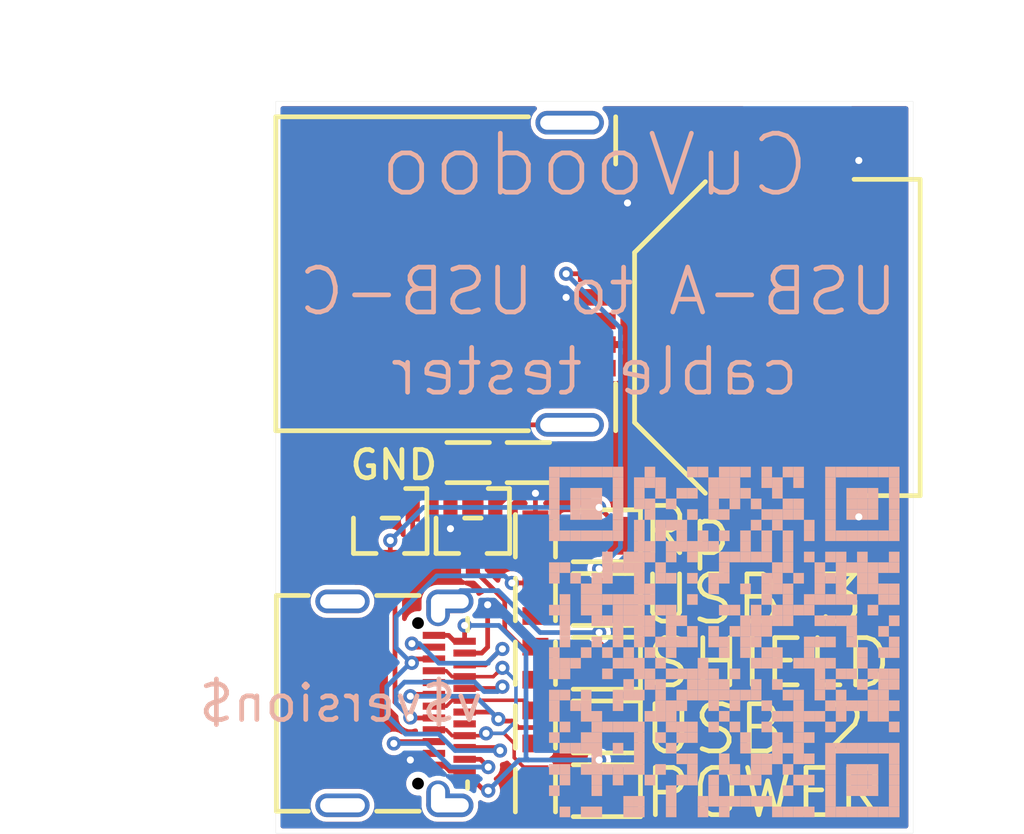
<source format=kicad_pcb>
(kicad_pcb (version 20211014) (generator pcbnew)

  (general
    (thickness 1.6)
  )

  (paper "A4")
  (title_block
    (title "USB-A to USB-C cable tester")
    (date "$date$")
    (rev "$version$.$revision$")
    (company "CuVoodoo")
    (comment 1 "King Kévin")
    (comment 2 "CERN-OHL-S")
  )

  (layers
    (0 "F.Cu" signal)
    (31 "B.Cu" signal)
    (33 "F.Adhes" user "F.Adhesive")
    (34 "B.Paste" user)
    (35 "F.Paste" user)
    (36 "B.SilkS" user "B.Silkscreen")
    (37 "F.SilkS" user "F.Silkscreen")
    (38 "B.Mask" user)
    (39 "F.Mask" user)
    (40 "Dwgs.User" user "User.Drawings")
    (44 "Edge.Cuts" user)
    (45 "Margin" user)
    (46 "B.CrtYd" user "B.Courtyard")
    (47 "F.CrtYd" user "F.Courtyard")
    (48 "B.Fab" user)
    (49 "F.Fab" user)
  )

  (setup
    (stackup
      (layer "F.SilkS" (type "Top Silk Screen"))
      (layer "F.Paste" (type "Top Solder Paste"))
      (layer "F.Mask" (type "Top Solder Mask") (thickness 0.01))
      (layer "F.Cu" (type "copper") (thickness 0.035))
      (layer "dielectric 1" (type "core") (thickness 1.51) (material "FR4") (epsilon_r 4.5) (loss_tangent 0.02))
      (layer "B.Cu" (type "copper") (thickness 0.035))
      (layer "B.Mask" (type "Bottom Solder Mask") (thickness 0.01))
      (layer "B.Paste" (type "Bottom Solder Paste"))
      (layer "B.SilkS" (type "Bottom Silk Screen"))
      (copper_finish "None")
      (dielectric_constraints no)
    )
    (pad_to_mask_clearance 0)
    (pcbplotparams
      (layerselection 0x00010fc_ffffffff)
      (disableapertmacros false)
      (usegerberextensions false)
      (usegerberattributes true)
      (usegerberadvancedattributes true)
      (creategerberjobfile true)
      (svguseinch false)
      (svgprecision 6)
      (excludeedgelayer true)
      (plotframeref false)
      (viasonmask false)
      (mode 1)
      (useauxorigin false)
      (hpglpennumber 1)
      (hpglpenspeed 20)
      (hpglpendiameter 15.000000)
      (dxfpolygonmode true)
      (dxfimperialunits true)
      (dxfusepcbnewfont true)
      (psnegative false)
      (psa4output false)
      (plotreference true)
      (plotvalue true)
      (plotinvisibletext false)
      (sketchpadsonfab false)
      (subtractmaskfromsilk false)
      (outputformat 1)
      (mirror false)
      (drillshape 1)
      (scaleselection 1)
      (outputdirectory "")
    )
  )

  (net 0 "")
  (net 1 "VCC")
  (net 2 "GND")
  (net 3 "/PWR-")
  (net 4 "Net-(D1-Pad2)")
  (net 5 "/USB2-")
  (net 6 "Net-(D2-Pad2)")
  (net 7 "/USB3-")
  (net 8 "Net-(D3-Pad2)")
  (net 9 "Net-(D4-Pad1)")
  (net 10 "Net-(D4-Pad2)")
  (net 11 "Net-(D5-Pad2)")
  (net 12 "Net-(J1-Pad8)")
  (net 13 "Net-(J1-Pad5)")
  (net 14 "/SH-A")
  (net 15 "Net-(J2-PadA3)")
  (net 16 "/PWR+")
  (net 17 "/Rp")
  (net 18 "/USB2+")
  (net 19 "unconnected-(J2-PadA8)")
  (net 20 "/USB3+")
  (net 21 "Net-(J2-PadA11)")
  (net 22 "unconnected-(J2-PadB8)")
  (net 23 "/SH-C")
  (net 24 "Net-(Q7-Pad3)")
  (net 25 "unconnected-(J1-Pad10)")
  (net 26 "unconnected-(J2-PadS2)")
  (net 27 "unconnected-(J2-PadS4)")
  (net 28 "unconnected-(J2-PadS3)")

  (footprint "qeda:UC1608X55N" (layer "F.Cu") (at 61.3 66.4))

  (footprint "qeda:LEDC2012X80N" (layer "F.Cu") (at 64 61 -90))

  (footprint "kikit:Tab" (layer "F.Cu") (at 77.55 49.9 180))

  (footprint "qeda:CONNECTOR_XKB_U262-24XN-4BV64" (layer "F.Cu") (at 54.375 65.4 -90))

  (footprint "qeda:UC1608X55N" (layer "F.Cu") (at 58.45 55.2 -90))

  (footprint "kikit:Tab" (layer "F.Cu") (at 50 47.2))

  (footprint "qeda:LEDC2012X80N" (layer "F.Cu") (at 64 63.7 -90))

  (footprint "qeda:CONNECTOR_MY-1220-03" (layer "F.Cu") (at 71.5 49.9 -90))

  (footprint "qeda:UC1608X55N" (layer "F.Cu") (at 61.3 69.1))

  (footprint "qeda:CONNECTOR_U231-09XN-4BLRA00" (layer "F.Cu") (at 57.5 47.2 -90))

  (footprint "qeda:LEDC2012X80N" (layer "F.Cu") (at 64 69.1 -90))

  (footprint "qeda:UC1608X55N" (layer "F.Cu") (at 61.3 63.7))

  (footprint "custom:pad_A" (layer "F.Cu") (at 52 57.2))

  (footprint "qeda:UC1608X55N" (layer "F.Cu") (at 61 55.2 90))

  (footprint "qeda:SOT95P237X112-3N" (layer "F.Cu") (at 58.65 58.3 -90))

  (footprint "qeda:SOT95P237X112-3N" (layer "F.Cu") (at 55.15 58.3 -90))

  (footprint "qeda:LEDC2012X80N" (layer "F.Cu") (at 64 58.3 -90))

  (footprint "qeda:LEDC2012X80N" (layer "F.Cu") (at 64 66.4 -90))

  (footprint "qeda:UC1608X55N" (layer "F.Cu") (at 61.3 58.3))

  (footprint "qeda:UC1608X55N" (layer "F.Cu") (at 61.3 61))

  (footprint "custom:QR" (layer "B.Cu") (at 69.3 62.8 180))

  (gr_rect (start 50.3 39.9) (end 77.3 70.9) (layer "Edge.Cuts") (width 0.01) (fill none) (tstamp e110771b-8aba-42bd-84d6-617f9ea39dc4))
  (gr_text "cable tester" (at 63.8 51.35) (layer "B.SilkS") (tstamp 179cd2f8-9733-4954-85ff-39ca965aeee1)
    (effects (font (size 1.9 1.9) (thickness 0.2)) (justify mirror))
  )
  (gr_text "USB-A to USB-C" (at 63.95 47.95) (layer "B.SilkS") (tstamp 4d7a8855-27cb-41ec-a779-1e63df03c905)
    (effects (font (size 1.9 1.9) (thickness 0.2)) (justify mirror))
  )
  (gr_text "v$version$" (at 59.2 65.4) (layer "B.SilkS") (tstamp 792c4c1d-f5d1-4910-9abd-84049f176ad3)
    (effects (font (size 1.5 1.5) (thickness 0.2)) (justify left mirror))
  )
  (gr_text "CuVoodoo" (at 63.8 42.6) (layer "B.SilkS") (tstamp 8a3d6bd8-1b6d-4752-a0a8-fdb777df11ae)
    (effects (font (size 2.5 2.5) (thickness 0.2)) (justify mirror))
  )
  (gr_text "POWER" (at 71 69.2) (layer "F.SilkS") (tstamp 28d0cc7d-8de8-4b53-95ef-6dfe09ee3a59)
    (effects (font (size 2 2) (thickness 0.2)))
  )
  (gr_text "GND" (at 55.3 55.3) (layer "F.SilkS") (tstamp 34852892-c925-4f4c-a185-7e95d257c202)
    (effects (font (size 1.2 1.2) (thickness 0.2)))
  )
  (gr_text "USB 2" (at 70.6 66.5) (layer "F.SilkS") (tstamp 3859f4e5-f8f6-455c-8d1a-163e06472d32)
    (effects (font (size 2 2) (thickness 0.2)))
  )
  (gr_text "USB 3" (at 70.5 61) (layer "F.SilkS") (tstamp 4c0f3b00-6ee3-44a9-9f3c-e2b80cccfc95)
    (effects (font (size 2 2) (thickness 0.2)))
  )
  (gr_text "Rp" (at 67.7 58.1) (layer "F.SilkS") (tstamp 99fc3018-400c-48b2-8606-a82ade13f88d)
    (effects (font (size 2 2) (thickness 0.2)))
  )
  (gr_text "SHIELD" (at 71.2 63.7) (layer "F.SilkS") (tstamp aa6aed97-74af-4bcd-9533-eb1f6168cfd8)
    (effects (font (size 2 2) (thickness 0.2)))
  )
  (dimension (type aligned) (layer "F.Fab") (tstamp 0987586c-4343-480a-ae15-bc1b4632f1d3)
    (pts (xy 50.3 39.9) (xy 50.3 70.9))
    (height 5.6)
    (gr_text "31.0000 mm" (at 43.55 55.4 90) (layer "F.Fab") (tstamp 0987586c-4343-480a-ae15-bc1b4632f1d3)
      (effects (font (size 1 1) (thickness 0.15)))
    )
    (format (units 3) (units_format 1) (precision 4))
    (style (thickness 0.1) (arrow_length 1.27) (text_position_mode 0) (extension_height 0.58642) (extension_offset 0.5) keep_text_aligned)
  )
  (dimension (type aligned) (layer "F.Fab") (tstamp d235e816-7f10-40ef-931c-0cccd106ef8e)
    (pts (xy 50.3 39.9) (xy 77.3 39.9))
    (height -2.3)
    (gr_text "27.0000 mm" (at 63.8 36.45) (layer "F.Fab") (tstamp d235e816-7f10-40ef-931c-0cccd106ef8e)
      (effects (font (size 1 1) (thickness 0.15)))
    )
    (format (units 3) (units_format 1) (precision 4))
    (style (thickness 0.1) (arrow_length 1.27) (text_position_mode 0) (extension_height 0.58642) (extension_offset 0.5) keep_text_aligned)
  )

  (segment (start 57 67.52) (end 56.28 67.52) (width 0.2) (layer "F.Cu") (net 1) (tstamp 1b8b5758-c580-4557-87a1-b6222a8116e9))
  (segment (start 57.7 58) (end 57.7 57.15) (width 0.2) (layer "F.Cu") (net 1) (tstamp 3618117b-dab2-40a7-ba43-5eb5fb4ac084))
  (segment (start 63.9 48.2) (end 62.6 48.2) (width 0.2) (layer "F.Cu") (net 1) (tstamp 3b85de12-8f5e-4ee5-baa0-b3e061d387b0))
  (segment (start 74.95 57.45) (end 75 57.5) (width 0.2) (layer "F.Cu") (net 1) (tstamp 40f41ae5-c0fa-46c5-bb56-d03490ca3c74))
  (segment (start 56.28 67.52) (end 56 67.8) (width 0.2) (layer "F.Cu") (net 1) (tstamp 6355cadd-40a2-4caa-bf46-5786df19e887))
  (segment (start 59.024022 63.27) (end 58.3 63.27) (width 0.2) (layer "F.Cu") (net 1) (tstamp 69ec6134-374d-4104-8d1d-f52100048361))
  (segment (start 63.9 44.2) (end 65.2 44.2) (width 0.2) (layer "F.Cu") (net 1) (tstamp 8b0223ce-8578-461b-8300-b85dbef8cc65))
  (segment (start 61.7 55.2) (end 61.7 56.1005) (width 0.2) (layer "F.Cu") (net 1) (tstamp 90d5053f-4a4f-482f-82d0-dbc9242f9414))
  (segment (start 74.95 42.35) (end 75 42.4) (width 0.2) (layer "F.Cu") (net 1) (tstamp 916ac31c-e257-4bf6-ab3c-881b663cb45e))
  (segment (start 61.3 57.6) (end 61.3 56.5005) (width 0.2) (layer "F.Cu") (net 1) (tstamp 9e0b6373-37a1-49ce-9330-a38e67a3ca82))
  (segment (start 59.276089 61.223911) (end 59.276089 63.017933) (width 0.2) (layer "F.Cu") (net 1) (tstamp 9e2debc8-f8b5-45d8-b683-92d0cd68a8b9))
  (segment (start 61.7 56.1005) (end 61.3 56.5005) (width 0.2) (layer "F.Cu") (net 1) (tstamp a41385bb-0811-4d82-ba34-f938f0a7549e))
  (segment (start 59.276089 63.017933) (end 59.024022 63.27) (width 0.2) (layer "F.Cu") (net 1) (tstamp b19d611f-10c6-4b82-a5fb-8b2a03084b94))
  (segment (start 72.4 57.45) (end 74.95 57.45) (width 0.2) (layer "F.Cu") (net 1) (tstamp b851d31a-dd8e-4bc1-832f-5ff796344720))
  (segment (start 72.4 42.35) (end 74.95 42.35) (width 0.2) (layer "F.Cu") (net 1) (tstamp f5dcbef9-d186-485b-bd4f-c91f0d0e3850))
  (via (at 65.2 44.2) (size 0.6) (drill 0.3) (layers "F.Cu" "B.Cu") (net 1) (tstamp 4fa1f0af-4b89-4023-9992-28f7a0a9c009))
  (via (at 59.276089 61.223911) (size 0.6) (drill 0.3) (layers "F.Cu" "B.Cu") (net 1) (tstamp 522fea9f-551e-4434-8631-a4891a80df0c))
  (via (at 75 57.5) (size 0.6) (drill 0.3) (layers "F.Cu" "B.Cu") (free) (net 1) (tstamp 5a6c3353-bd2a-461c-bfd6-749bbcb38c9f))
  (via (at 56 67.8) (size 0.6) (drill 0.3) (layers "F.Cu" "B.Cu") (net 1) (tstamp 64aed69c-80f4-4314-a1a8-c168a4b46aac))
  (via (at 57.7 58) (size 0.6) (drill 0.3) (layers "F.Cu" "B.Cu") (net 1) (tstamp cde70262-8de2-40e1-8ac2-f0f87b0935b8))
  (via (at 62.6 48.2) (size 0.6) (drill 0.3) (layers "F.Cu" "B.Cu") (net 1) (tstamp cf64a83f-fc0f-41f5-a09f-a473f2fcaeb8))
  (via (at 61.3 56.5005) (size 0.6) (drill 0.3) (layers "F.Cu" "B.Cu") (net 1) (tstamp d2cb9189-cf73-4ae4-849f-331b6c5d53fe))
  (via (at 75 42.4) (size 0.6) (drill 0.3) (layers "F.Cu" "B.Cu") (free) (net 1) (tstamp dece80db-b223-47d7-a844-ee468c4ea71a))
  (segment (start 57.87 62.77) (end 58.3 62.77) (width 0.2) (layer "F.Cu") (net 3) (tstamp 28290c71-68de-4c28-8728-ad8c7232ab45))
  (segment (start 64.9 68.7) (end 64 67.8) (width 0.2) (layer "F.Cu") (net 3) (tstamp 30d00695-2761-4e24-8335-8327aaa75002))
  (segment (start 57.62 62.52) (end 57.87 62.77) (width 0.2) (layer "F.Cu") (net 3) (tstamp 33226df9-6400-49bc-887f-48f8f75bdba5))
  (segment (start 58.3 62.77) (end 58.3 62.1) (width 0.2) (layer "F.Cu") (net 3) (tstamp 3f0c5b8a-8754-48a3-907b-6d807b9c72b0))
  (segment (start 57 62.52) (end 57.62 62.52) (width 0.2) (layer "F.Cu") (net 3) (tstamp 64c92ce1-6f9d-46f2-b7a7-1128a377480f))
  (segment (start 64.9 69.1) (end 64.9 68.7) (width 0.2) (layer "F.Cu") (net 3) (tstamp 6c9b78b1-2421-4c64-a4af-ad160cdaab73))
  (segment (start 57.42 68.02) (end 57.67 68.27) (width 0.2) (layer "F.Cu") (net 3) (tstamp 72fcd135-1384-4732-8938-e7add491d0ec))
  (segment (start 59.13 69.1) (end 58.3 68.27) (width 0.2) (layer "F.Cu") (net 3) (tstamp 9e4290f1-51d5-4f7d-81b6-76bba4400bdb))
  (segment (start 59.3 69.1) (end 59.13 69.1) (width 0.2) (layer "F.Cu") (net 3) (tstamp a8abf6e0-f867-45c8-b60c-2e28824cb312))
  (segment (start 57.67 68.27) (end 58.3 68.27) (width 0.2) (layer "F.Cu") (net 3) (tstamp edd723ed-ada5-4c33-b836-6a765deb5ab8))
  (segment (start 57 68.02) (end 57.42 68.02) (width 0.2) (layer "F.Cu") (net 3) (tstamp f595d2d8-fada-4670-85d5-7eadd6975f3a))
  (via (at 58.3 62.1) (size 0.6) (drill 0.3) (layers "F.Cu" "B.Cu") (net 3) (tstamp 61228115-c3c1-4c09-9057-e8b0ee5d5179))
  (via (at 59.3 69.1) (size 0.6) (drill 0.3) (layers "F.Cu" "B.Cu") (net 3) (tstamp 8b661746-cf2c-4a6f-956a-30db112cbceb))
  (via (at 64 67.8) (size 0.6) (drill 0.3) (layers "F.Cu" "B.Cu") (net 3) (tstamp e57c7d3f-2011-4453-ba51-7180f65ec00b))
  (segment (start 64 67.8) (end 61 67.8) (width 0.2) (layer "B.Cu") (net 3) (tstamp 03560363-6a61-4260-ad7c-0a7b18fd9387))
  (segment (start 60.9 63.247986) (end 60.9 67.7) (width 0.2) (layer "B.Cu") (net 3) (tstamp 1dc02f56-c601-4978-ad6f-99ab3cb9600d))
  (segment (start 61 67.8) (end 60.6 67.8) (width 0.2) (layer "B.Cu") (net 3) (tstamp 262efff9-07f6-4127-8dae-3449e11ab2e2))
  (segment (start 59.752014 62.1) (end 60.9 63.247986) (width 0.2) (layer "B.Cu") (net 3) (tstamp 706d331e-9990-47fa-bd71-ffef050819a7))
  (segment (start 60.9 67.7) (end 61 67.8) (width 0.2) (layer "B.Cu") (net 3) (tstamp 8870284b-bbeb-44c8-a36c-49d893d9d8fa))
  (segment (start 60.6 67.8) (end 59.3 69.1) (width 0.2) (layer "B.Cu") (net 3) (tstamp 88a0a88a-c116-4b88-8174-b1fddfa375b8))
  (segment (start 58.3 62.1) (end 59.752014 62.1) (width 0.2) (layer "B.Cu") (net 3) (tstamp 8ec74bc7-7979-4d25-bb25-1002dd3211ed))
  (segment (start 62.4 69.8) (end 63.1 69.1) (width 0.2) (layer "F.Cu") (net 4) (tstamp 06509903-9442-42f4-87a3-aa6effd51270))
  (segment (start 61.3 69.8) (end 62.4 69.8) (width 0.2) (layer "F.Cu") (net 4) (tstamp 92e5436c-8cd0-4fdc-8734-73ea33ab81b2))
  (segment (start 59.434312 65.77) (end 58.3 65.77) (width 0.2) (layer "F.Cu") (net 5) (tstamp 0fc718bd-20bf-4e09-8059-b80b256078a1))
  (segment (start 56.08 65.02) (end 56 65.1) (width 0.2) (layer "F.Cu") (net 5) (tstamp 144cb0a8-c226-41b7-b231-5a667076bcd5))
  (segment (start 62.4 65.3) (end 63.949022 65.3) (width 0.2) (layer "F.Cu") (net 5) (tstamp 39e8fab7-e3b2-483d-bee8-a812d8a861cd))
  (segment (start 62.250489 66.273533) (end 62.250489 65.449511) (width 0.2) (layer "F.Cu") (net 5) (tstamp 5b4c0919-1e6b-4e97-9192-b1bf7a7caee7))
  (segment (start 59.729808 66.065496) (end 59.81529 66.150978) (width 0.2) (layer "F.Cu") (net 5) (tstamp 6244e5a5-1887-44c1-921a-22c225f4ed75))
  (segment (start 62.098533 66.425489) (end 62.250489 66.273533) (width 0.2) (layer "F.Cu") (net 5) (tstamp 67cffd96-66e1-4f8d-a493-5f1f80ab8495))
  (segment (start 64.9 66.250978) (end 64.9 66.4) (width 0.2) (layer "F.Cu") (net 5) (tstamp 812711a1-1db5-45f9-8402-3f59cef0a66e))
  (segment (start 57 65.02) (end 56.08 65.02) (width 0.2) (layer "F.Cu") (net 5) (tstamp 81492a5c-d7b0-4e18-9355-4604ecdbffbc))
  (segment (start 59.81529 66.150978) (end 60.3 66.150978) (width 0.2) (layer "F.Cu") (net 5) (tstamp b09ed1ab-bd78-457e-b690-5a269a22f9e2))
  (segment (start 62.250489 65.449511) (end 62.4 65.3) (width 0.2) (layer "F.Cu") (net 5) (tstamp b99c66e4-fe49-46ab-8449-b9ad6b94dbfc))
  (segment (start 60.3 66.150978) (end 60.574511 66.425489) (width 0.2) (layer "F.Cu") (net 5) (tstamp e95a020f-b884-4c3e-9086-4b4235ac5ec8))
  (segment (start 63.949022 65.3) (end 64.9 66.250978) (width 0.2) (layer "F.Cu") (net 5) (tstamp edc3baf0-16d6-4606-a34e-1ccbcaa52ab8))
  (segment (start 60.574511 66.425489) (end 62.098533 66.425489) (width 0.2) (layer "F.Cu") (net 5) (tstamp f141967a-c0ab-4b1e-ad40-f448b7f7d947))
  (segment (start 59.729808 66.065496) (end 59.434312 65.77) (width 0.2) (layer "F.Cu") (net 5) (tstamp fee3ca4b-a214-46b3-9cb4-84f213190977))
  (via (at 59.729808 66.065496) (size 0.6) (drill 0.3) (layers "F.Cu" "B.Cu") (net 5) (tstamp d16c3a18-cdc1-4179-9758-b39f74001ef6))
  (via (at 56 65.1) (size 0.6) (drill 0.3) (layers "F.Cu" "B.Cu") (net 5) (tstamp dead273e-4cd2-49fd-9279-ca8452283aec))
  (segment (start 59.729808 66.065496) (end 58.764312 65.1) (width 0.2) (layer "B.Cu") (net 5) (tstamp 6d43aa55-7c83-46a6-a197-3d6b71417ad4))
  (segment (start 58.764312 65.1) (end 56 65.1) (width 0.2) (layer "B.Cu") (net 5) (tstamp 82f2ee27-d41f-4f1d-b6c2-4795bb7b85de))
  (segment (start 62.4 67.1) (end 63.1 66.4) (width 0.2) (layer "F.Cu") (net 6) (tstamp c360a504-90a0-4d4b-be27-6c560537bcf3))
  (segment (start 61.3 67.1) (end 62.4 67.1) (width 0.2) (layer "F.Cu") (net 6) (tstamp e1eee509-ea3d-4376-92ce-6543c57e18f5))
  (segment (start 63.9 47.2) (end 62.6 47.2) (width 0.2) (layer "F.Cu") (net 7) (tstamp 082efa80-21ad-47b6-93ac-219b6d5d19ec))
  (segment (start 64 60.1) (end 64.9 61) (width 0.2) (layer "F.Cu") (net 7) (tstamp 0982c320-41d0-4282-82c8-c03c9c5254d1))
  (segment (start 64 59.7) (end 64 60.1) (width 0.2) (layer "F.Cu") (net 7) (tstamp 7ec8cb36-5a02-42fc-82ee-8cb2604766dd))
  (via (at 64 59.7) (size 0.6) (drill 0.3) (layers "F.Cu" "B.Cu") (net 7) (tstamp 63ceaa7b-3446-4530-808d-5bd8a9a9b270))
  (via (at 62.6 47.2) (size 0.6) (drill 0.3) (layers "F.Cu" "B.Cu") (net 7) (tstamp fed793c4-5920-4faa-8924-fb809828384f))
  (segment (start 64.900489 58.799511) (end 64.900489 49.500489) (width 0.2) (layer "B.Cu") (net 7) (tstamp 0d169fdd-0647-4144-b48a-f330c5b6aead))
  (segment (start 64 59.7) (end 64.900489 58.799511) (width 0.2) (layer "B.Cu") (net 7) (tstamp 4d411035-f8e7-4ab1-bccf-bb9ceced5881))
  (segment (start 64.900489 49.500489) (end 62.6 47.2) (width 0.2) (layer "B.Cu") (net 7) (tstamp 812beb1f-4872-4838-806c-81ab5e558f5f))
  (segment (start 62.4 61.7) (end 63.1 61) (width 0.2) (layer "F.Cu") (net 8) (tstamp 2d65021b-1d2c-4c04-b724-b366f1e833cf))
  (segment (start 61.3 61.7) (end 62.4 61.7) (width 0.2) (layer "F.Cu") (net 8) (tstamp 33696b01-17e0-42f4-97e2-ea740f87064e))
  (segment (start 55.15 58.5) (end 55.15 59.45) (width 0.2) (layer "F.Cu") (net 9) (tstamp 3c14ee8f-9a4f-46ea-afdb-aa9a9b7bf048))
  (segment (start 64.9 58) (end 64 57.1) (width 0.2) (layer "F.Cu") (net 9) (tstamp 7c7ab7b4-5070-4ed7-9886-e339d46c25fb))
  (segment (start 64.9 58.3) (end 64.9 58) (width 0.2) (layer "F.Cu") (net 9) (tstamp c19515e2-da46-48cf-938f-85c3f081425e))
  (via (at 64 57.1) (size 0.6) (drill 0.3) (layers "F.Cu" "B.Cu") (net 9) (tstamp 3af5ac5c-4cd6-4c08-91d9-7786621392e8))
  (via (at 55.15 58.5) (size 0.6) (drill 0.3) (layers "F.Cu" "B.Cu") (net 9) (tstamp ae2c0a70-2378-43ca-8685-04fb9d234ad8))
  (segment (start 64 57.1) (end 56.55 57.1) (width 0.2) (layer "B.Cu") (net 9) (tstamp 372d452d-f849-4cc6-ae6a-a7516e652ab4))
  (segment (start 56.55 57.1) (end 55.15 58.5) (width 0.2) (layer "B.Cu") (net 9) (tstamp a4173900-d5a2-4f4f-b879-f765c8e0a10c))
  (segment (start 61.3 59) (end 62.4 59) (width 0.2) (layer "F.Cu") (net 10) (tstamp 600bf926-757a-4ba3-85e6-922f96976d2a))
  (segment (start 62.4 59) (end 63.1 58.3) (width 0.2) (layer "F.Cu") (net 10) (tstamp d6297aad-2160-46a6-b90b-5d247f2de6a1))
  (segment (start 62.4 64.4) (end 63.1 63.7) (width 0.2) (layer "F.Cu") (net 11) (tstamp 8c73cd64-a10b-4858-8882-a99d1f846635))
  (segment (start 61.3 64.4) (end 62.4 64.4) (width 0.2) (layer "F.Cu") (net 11) (tstamp d00bd804-a559-4e7f-b2f8-adbbae07fff7))
  (segment (start 62.4 44.8) (end 62.8 45.2) (width 0.2) (layer "F.Cu") (net 12) (tstamp 45cfbb0f-1c5b-43ff-8533-b7e190cf389b))
  (segment (start 63.9 43.2) (end 62.8 43.2) (width 0.2) (layer "F.Cu") (net 12) (tstamp 4935fee8-0ddb-46bc-b996-bcf8323e668a))
  (segment (start 62.4 43.6) (end 62.4 44.8) (width 0.2) (layer "F.Cu") (net 12) (tstamp a962cbfa-7c3c-443d-a1fd-57c1f365e664))
  (segment (start 62.8 45.2) (end 63.9 45.2) (width 0.2) (layer "F.Cu") (net 12) (tstamp add3771a-39c6-4bbe-9d69-4a67a27dbc26))
  (segment (start 62.8 43.2) (end 62.4 43.6) (width 0.2) (layer "F.Cu") (net 12) (tstamp c1f4cebc-f59d-49cc-b8d8-cee160f95adb))
  (segment (start 63.9 49.2) (end 62.9 49.2) (width 0.2) (layer "F.Cu") (net 13) (tstamp 757b6d0a-4def-4e83-be0c-da2a4643d0a7))
  (segment (start 62.9 49.2) (end 62.4 49.7) (width 0.2) (layer "F.Cu") (net 13) (tstamp 8053613e-4da5-4674-956b-0172ac5f84a0))
  (segment (start 62.4 49.7) (end 62.4 50.7) (width 0.2) (layer "F.Cu") (net 13) (tstamp 88040059-67a4-499c-9026-190d2a993001))
  (segment (start 62.9 51.2) (end 63.9 51.2) (width 0.2) (layer "F.Cu") (net 13) (tstamp 89289089-3246-439a-a0bd-35dcbad4cb49))
  (segment (start 62.4 50.7) (end 62.9 51.2) (width 0.2) (layer "F.Cu") (net 13) (tstamp c6f8c1ef-a233-4fca-ad84-621eb972d8b5))
  (segment (start 62.75 53.6) (end 60.7 53.6) (width 0.2) (layer "F.Cu") (net 14) (tstamp 2435d61f-5f98-4ecd-8c80-9a25b4d12d87))
  (segment (start 60.3 54) (end 60.3 55.2) (width 0.2) (layer "F.Cu") (net 14) (tstamp 33a7aa15-c8cd-4c5b-a5b6-a4d676d708b5))
  (segment (start 60.3 55.2) (end 60.3 56.45) (width 0.2) (layer "F.Cu") (net 14) (tstamp 5a80a8fa-5909-4d26-a1be-bce0921aa9d0))
  (segment (start 60.7 53.6) (end 60.3 54) (width 0.2) (layer "F.Cu") (net 14) (tstamp 80e27d24-6016-42e8-a2d1-a5f29b6a81b6))
  (segment (start 60.3 56.45) (end 59.6 57.15) (width 0.2) (layer "F.Cu") (net 14) (tstamp bce6a095-1537-40ac-9fcb-a3b2f1494d31))
  (segment (start 58.3 63.77) (end 59.178085 63.77) (width 0.2) (layer "F.Cu") (net 15) (tstamp 1999fdda-b3cd-4b34-b78b-6b631e42f685))
  (segment (start 57 63.02) (end 56.216416 63.02) (width 0.2) (layer "F.Cu") (net 15) (tstamp 33ce2d79-cd34-4a55-8db9-806c37f11890))
  (segment (start 59.851589 63.096496) (end 59.900672 63.096496) (width 0.2) (layer "F.Cu") (net 15) (tstamp 6ffb6b44-1b6f-46b2-adf7-9dc8e95491f3))
  (segment (start 59.178085 63.77) (end 59.851589 63.096496) (width 0.2) (layer "F.Cu") (net 15) (tstamp 92d9609c-1018-4020-8408-b22e1b86c5ae))
  (segment (start 56.216416 63.02) (end 56.06596 62.869544) (width 0.2) (layer "F.Cu") (net 15) (tstamp 9e9355c0-df62-4a39-905b-9406ed732fc6))
  (via (at 56.06596 62.869544) (size 0.6) (drill 0.3) (layers "F.Cu" "B.Cu") (net 15) (tstamp 581f32bb-9ddc-4471-b080-76e130484983))
  (via (at 59.900672 63.096496) (size 0.6) (drill 0.3) (layers "F.Cu" "B.Cu") (net 15) (tstamp b758e163-5102-46e6-a850-b3b6ff0de536))
  (segment (start 59.3 63.648085) (end 59.3 63.7) (width 0.2) (layer "B.Cu") (net 15) (tstamp 279f8941-5e19-463c-8d8f-d5fc08dd1b0e))
  (segment (start 59.3 63.7) (end 57.211699 63.7) (width 0.2) (layer "B.Cu") (net 15) (tstamp 62edeeab-d68e-4848-b8b6-0a6e84f8c1a9))
  (segment (start 59.851589 63.096496) (end 59.3 63.648085) (width 0.2) (layer "B.Cu") (net 15) (tstamp 800742b1-ea68-430f-b38d-b650b44f9057))
  (segment (start 56.381243 62.869544) (end 56.06596 62.869544) (width 0.2) (layer "B.Cu") (net 15) (tstamp afc06b9b-0555-49ad-a75f-16ecde840603))
  (segment (start 59.900672 63.096496) (end 59.851589 63.096496) (width 0.2) (layer "B.Cu") (net 15) (tstamp c46343eb-af26-43f7-8b9b-17255129c1f2))
  (segment (start 57.211699 63.7) (end 56.381243 62.869544) (width 0.2) (layer "B.Cu") (net 15) (tstamp d835af60-ec0d-472e-b764-5789ed185a0a))
  (segment (start 57 64.02) (end 57.52 64.02) (width 0.15) (layer "F.Cu") (net 16) (tstamp 17b2821c-9b29-4198-aa70-180564528a28))
  (segment (start 59.207146 66.6705) (end 59.9705 66.6705) (width 0.15) (layer "F.Cu") (net 16) (tstamp 21860735-99ca-40fa-86d0-8a4e0e9d557b))
  (segment (start 59.899925 63.895998) (end 59.674934 64.120989) (width 0.15) (layer "F.Cu") (net 16) (tstamp 41cbf25a-2f94-4725-be3d-3c9fdf2a3017))
  (segment (start 59.107646 66.77) (end 59.207146 66.6705) (width 0.15) (layer "F.Cu") (net 16) (tstamp 4e6709cf-762d-427c-8534-22e2be7cb912))
  (segment (start 59.662529 64.120989) (end 59.513518 64.27) (width 0.15) (layer "F.Cu") (net 16) (tstamp 5b78b96f-bbfb-4d01-8f96-fddb62cc7b2b))
  (segment (start 58.3 66.77) (end 59.107646 66.77) (width 0.15) (layer "F.Cu") (net 16) (tstamp 6100481f-aff1-46d4-982f-3ff26d92b3f2))
  (segment (start 57 66.52) (end 57.52 66.52) (width 0.15) (layer "F.Cu") (net 16) (tstamp 6e65f4f8-9e8d-4724-8425-ecc50db044f1))
  (segment (start 59.513518 64.27) (end 58.3 64.27) (width 0.15) (layer "F.Cu") (net 16) (tstamp 74c59a5f-a887-47b2-8ba1-82797869c834))
  (segment (start 57.52 66.52) (end 57.77 66.77) (width 0.15) (layer "F.Cu") (net 16) (tstamp 80d0a409-42e8-426e-ba03-1b5244f06655))
  (segment (start 59.9705 66.6705) (end 60.4 67.1) (width 0.15) (layer "F.Cu") (net 16) (tstamp 87dd1b5b-8aad-4cd8-b03b-8219682c3779))
  (segment (start 57.52 64.02) (end 57.77 64.27) (width 0.15) (layer "F.Cu") (net 16) (tstamp 9013eee6-b64d-40fa-a83e-b27ec895221b))
  (segment (start 57.77 66.77) (end 58.3 66.77) (width 0.15) (layer "F.Cu") (net 16) (tstamp a0e57082-d29f-41ba-926e-5eb600adeb09))
  (segment (start 59.674934 64.120989) (end 59.662529 64.120989) (width 0.15) (layer "F.Cu") (net 16) (tstamp a59e34c0-205f-455d-b8c8-36e95924bcd8))
  (segment (start 61.1 68.4) (end 61.3 68.4) (width 0.15) (layer "F.Cu") (net 16) (tstamp ae0786e2-53b5-4f7f-9dc9-4f01b1eeb4d6))
  (segment (start 60.4 67.1) (end 60.4 67.7) (width 0.15) (layer "F.Cu") (net 16) (tstamp dc5f25db-aeee-4fae-b2d8-9ec545e2c84a))
  (segment (start 57.77 64.27) (end 58.3 64.27) (width 0.15) (layer "F.Cu") (net 16) (tstamp df20a2e8-6a68-4b24-a4aa-5430bf05df97))
  (segment (start 60.4 67.7) (end 61.1 68.4) (width 0.15) (layer "F.Cu") (net 16) (tstamp ecbe0046-f121-4584-94a9-cd17e6aec82e))
  (via (at 59.899925 63.895998) (size 0.6) (drill 0.3) (layers "F.Cu" "B.Cu") (net 16) (tstamp 7354a64d-c91d-4ac9-a819-952426dc9142))
  (via (at 59.207146 66.6705) (size 0.6) (drill 0.3) (layers "F.Cu" "B.Cu") (net 16) (tstamp cdea7b84-076c-4f56-aca0-5b8e84ab5297))
  (segment (start 59.954989 66.6705) (end 59.207146 66.6705) (width 0.15) (layer "B.Cu") (net 16) (tstamp 3f6b30f6-23b7-4d6e-8fbe-e3aa3c98e00a))
  (segment (start 60.017482 64) (end 60.475011 64.457529) (width 0.15) (layer "B.Cu") (net 16) (tstamp 65a3d422-7ee4-471e-96a4-5092c4d7a106))
  (segment (start 59.899925 63.895998) (end 60.003927 64) (width 0.15) (layer "B.Cu") (net 16) (tstamp b3665817-9b68-4f72-b6fd-11f6e1069296))
  (segment (start 60.475011 66.150478) (end 59.954989 66.6705) (width 0.15) (layer "B.Cu") (net 16) (tstamp b7715cd4-4546-4d5a-9eae-0c91f4af9278))
  (segment (start 60.003927 64) (end 60.017482 64) (width 0.15) (layer "B.Cu") (net 16) (tstamp ba1db7a5-b5f8-4c49-9498-fe7854c54e67))
  (segment (start 60.475011 64.457529) (end 60.475011 66.150478) (width 0.15) (layer "B.Cu") (net 16) (tstamp ee950e96-3105-47a9-b219-97d2819305c6))
  (segment (start 56 66) (end 55.35 65.35) (width 0.2) (layer "F.Cu") (net 17) (tstamp 0e58d3fd-afbe-4bfd-ac0f-2f0592aa6161))
  (segment (start 57.75 55.2) (end 56.45 55.2) (width 0.2) (layer "F.Cu") (net 17) (tstamp 1957147b-edd7-4152-b94c-848e7e4ff05d))
  (segment (start 56.02 66.02) (end 56 66) (width 0.2) (layer "F.Cu") (net 17) (tstamp 403015a3-4731-4cbb-83e6-fecf924c41fe))
  (segment (start 56.1 59.95) (end 56.1 57.15) (width 0.2) (layer "F.Cu") (net 17) (tstamp 42e95b2f-7850-4047-b36d-17bca81f8b84))
  (segment (start 59.826 64.77) (end 58.3 64.77) (width 0.2) (layer "F.Cu") (net 17) (tstamp 437cc4f3-1784-448c-ad2c-4e52c2e32efd))
  (segment (start 56.45 55.2) (end 56.1 55.55) (width 0.2) (layer "F.Cu") (net 17) (tstamp 43f202cf-c786-4e88-b869-6cc6e0331047))
  (segment (start 55.35 65.35) (end 55.35 60.7) (width 0.2) (layer "F.Cu") (net 17) (tstamp 50453182-53d9-48e8-b849-ba728d80c628))
  (segment (start 57 66.02) (end 56.02 66.02) (width 0.2) (layer "F.Cu") (net 17) (tstamp 7523f17d-577d-4f32-9757-c8c490a68615))
  (segment (start 55.35 60.7) (end 56.1 59.95) (width 0.2) (layer "F.Cu") (net 17) (tstamp aa815c9e-d6c3-4196-a997-7f0eb44bbf60))
  (segment (start 59.9005 64.6955) (end 59.826 64.77) (width 0.2) (layer "F.Cu") (net 17) (tstamp b7277299-f263-4b1b-8872-bad30caded7f))
  (segment (start 56.1 55.55) (end 56.1 57.15) (width 0.2) (layer "F.Cu") (net 17) (tstamp d994a382-eebf-434b-a24d-5c20fcc073e6))
  (via (at 59.9005 64.6955) (size 0.6) (drill 0.3) (layers "F.Cu" "B.Cu") (net 17) (tstamp 1058638b-0448-4b13-b8cd-6e6cb2991d52))
  (via (at 56 66) (size 0.6) (drill 0.3) (layers "F.Cu" "B.Cu") (net 17) (tstamp 5e70abfd-eaf8-448b-b8f0-9829f1f629c8))
  (segment (start 58.729807 64.500489) (end 55.751673 64.500489) (width 0.2) (layer "B.Cu") (net 17) (tstamp 33c36b57-c0bf-4461-9aaa-ce4e7747f214))
  (segment (start 59.696 64.9) (end 59.129318 64.9) (width 0.2) (layer "B.Cu") (net 17) (tstamp 6c98df7a-299e-4711-95fd-414992615bfb))
  (segment (start 55.400489 64.851673) (end 55.400489 65.400489) (width 0.2) (layer "B.Cu") (net 17) (tstamp 76bd36e9-2b15-433b-8623-8dc25ff5a400))
  (segment (start 59.9005 64.6955) (end 59.696 64.9) (width 0.2) (layer "B.Cu") (net 17) (tstamp 77535946-c973-4a96-95b8-11b8a2f8d983))
  (segment (start 59.129318 64.9) (end 58.729807 64.500489) (width 0.2) (layer "B.Cu") (net 17) (tstamp 96803f82-2a50-4ed3-ac99-6cfbad85dd8c))
  (segment (start 55.751673 64.500489) (end 55.400489 64.851673) (width 0.2) (layer "B.Cu") (net 17) (tstamp 9f0bc63f-1460-43a0-b805-0fa2112e7239))
  (segment (start 55.400489 65.400489) (end 56 66) (width 0.2) (layer "B.Cu") (net 17) (tstamp d7fd82c1-0548-469d-852b-f973ef1fedd6))
  (segment (start 58.3 65.27) (end 60.87 65.27) (width 0.15) (layer "F.Cu") (net 18) (tstamp 0c38640b-8b09-4f8b-b836-abe3013c930a))
  (segment (start 57.780489 65.27) (end 57.530489 65.52) (width 0.15) (layer "F.Cu") (net 18) (tstamp 9f875f3b-75d8-4ab5-ba15-ab57767145e5))
  (segment (start 57.530489 65.52) (end 57 65.52) (width 0.15) (layer "F.Cu") (net 18) (tstamp ae708ea0-f24a-4229-97fa-4a42c08438a3))
  (segment (start 60.87 65.27) (end 61.3 65.7) (width 0.15) (layer "F.Cu") (net 18) (tstamp c26527dd-e6bc-4e1c-9e48-befadafea0f0))
  (segment (start 58.3 65.27) (end 57.780489 65.27) (width 0.15) (layer "F.Cu") (net 18) (tstamp e0855b11-26db-4ead-90c1-ecd50a06b896))
  (segment (start 56.225715 63.52) (end 57 63.52) (width 0.2) (layer "F.Cu") (net 20) (tstamp 3acbcd2f-27c0-4709-979d-3b7336372b5d))
  (segment (start 59.67 67.27) (end 59.8 67.4) (width 0.2) (layer "F.Cu") (net 20) (tstamp 944ad369-e13b-4129-9657-05f054f31058))
  (segment (start 58.3 67.27) (end 59.67 67.27) (width 0.2) (layer "F.Cu") (net 20) (tstamp ce5a214e-e949-4e56-8f99-95557a3c80a2))
  (segment (start 56.061225 63.68449) (end 56.225715 63.52) (width 0.2) (layer "F.Cu") (net 20) (tstamp df4f1b29-697b-42ca-8eb1-ee4d1edfffb5))
  (segment (start 60.3 60.3) (end 61.3 60.3) (width 0.2) (layer "F.Cu") (net 20) (tstamp fddb5796-afc6-4507-a67a-652701b518de))
  (via (at 56.061225 63.68449) (size 0.6) (drill 0.3) (layers "F.Cu" "B.Cu") (net 20) (tstamp 5c5e998c-ab9c-45aa-9d11-93f4b917d5aa))
  (via (at 59.8 67.4) (size 0.6) (drill 0.3) (layers "F.Cu" "B.Cu") (net 20) (tstamp 6006943d-3a6b-47d6-aad6-b4b26f7ed1da))
  (via (at 60.3 60.3) (size 0.6) (drill 0.3) (layers "F.Cu" "B.Cu") (net 20) (tstamp cbcab39e-255e-4356-b4ad-568db02be456))
  (segment (start 55.80048 66.70048) (end 57.20048 66.70048) (width 0.2) (layer "B.Cu") (net 20) (tstamp 04c664a8-68e5-476a-89f5-7523558b0dac))
  (segment (start 55.00097 64.686186) (end 55.00097 65.90097) (width 0.2) (layer "B.Cu") (net 20) (tstamp 13866240-90b8-4f3a-b916-e41131788f4c))
  (segment (start 55.4 63.051422) (end 55.4 61.724308) (width 0.2) (layer "B.Cu") (net 20) (tstamp 1fa1b9a5-23af-4830-a50a-e74c8023bde1))
  (segment (start 55.4 61.724308) (end 57.124308 60) (width 0.2) (layer "B.Cu") (net 20) (tstamp 26098c39-2bae-419b-8cf1-7a6677cf507a))
  (segment (start 57.124308 60) (end 60 60) (width 0.2) (layer "B.Cu") (net 20) (tstamp 426fde91-1280-4d5d-9075-46502827b6c0))
  (segment (start 60 60) (end 60.3 60.3) (width 0.2) (layer "B.Cu") (net 20) (tstamp 51cf6a37-ecd8-4fb7-b019-43e2a1c3dc5e))
  (segment (start 56.061225 63.68449) (end 56.002666 63.68449) (width 0.2) (layer "B.Cu") (net 20) (tstamp 720190b3-9634-4e18-ab1e-7010e9155daf))
  (segment (start 57.9 67.4) (end 59.8 67.4) (width 0.2) (layer "B.Cu") (net 20) (tstamp 814e2a68-efef-43f5-9dbc-2174a0471912))
  (segment (start 56.033068 63.68449) (end 55.4 63.051422) (width 0.2) (layer "B.Cu") (net 20) (tstamp 8deff56e-f994-436f-aeb6-2b1e261a16e9))
  (segment (start 55.00097 65.90097) (end 55.80048 66.70048) (width 0.2) (layer "B.Cu") (net 20) (tstamp abe60521-ec8a-4eb7-bcfb-72ffd0c2e426))
  (segment (start 56.061225 63.68449) (end 56.033068 63.68449) (width 0.2) (layer "B.Cu") (net 20) (tstamp c17ed371-8862-49a8-a7d7-e671b77c9928))
  (segment (start 56.002666 63.68449) (end 55.00097 64.686186) (width 0.2) (layer "B.Cu") (net 20) (tstamp d7586676-0bba-4b4e-97f0-814e474c2e83))
  (segment (start 57.20048 66.70048) (end 57.9 67.4) (width 0.2) (layer "B.Cu") (net 20) (tstamp f1795a69-a6fa-4bb6-b64a-c8afbeec7bf6))
  (segment (start 58.97 67.77) (end 58.3 67.77) (width 0.2) (layer "F.Cu") (net 21) (tstamp 775920e1-4c27-4a46-b66a-3af97f817a69))
  (segment (start 59.3 68.1) (end 58.97 67.77) (width 0.2) (layer "F.Cu") (net 21) (tstamp 905925ae-53e8-4429-9d47-ac2bc3188113))
  (segment (start 55.3 67.1) (end 55.38 67.02) (width 0.2) (layer "F.Cu") (net 21) (tstamp 9b3eb714-d2ae-4526-927b-773770ce0b2b))
  (segment (start 55.38 67.02) (end 57 67.02) (width 0.2) (layer "F.Cu") (net 21) (tstamp bf8ba8a0-36d5-4e5d-ac0b-d5f75dc5f60d))
  (via (at 59.3 68.1) (size 0.6) (drill 0.3) (layers "F.Cu" "B.Cu") (net 21) (tstamp 2333aaf4-17d6-4e23-ad2e-82b13e48715f))
  (via (at 55.3 67.1) (size 0.6) (drill 0.3) (layers "F.Cu" "B.Cu") (net 21) (tstamp 66ab4398-1c3d-42ce-aa14-eefaae86af29))
  (segment (start 55.3 67.1) (end 56.7 67.1) (width 0.2) (layer "B.Cu") (net 21) (tstamp 0db5d3eb-0aa9-4d15-8285-ee974a6d29d1))
  (segment (start 56.7 67.1) (end 57.7 68.1) (width 0.2) (layer "B.Cu") (net 21) (tstamp 60cef33b-3572-45bd-a579-eb139a9c9c4e))
  (segment (start 57.7 68.1) (end 59.3 68.1) (width 0.2) (layer "B.Cu") (net 21) (tstamp aedd7e23-3f86-4a52-b801-94567ab2f8dc))
  (segment (start 64 62.4) (end 64 62.8) (width 0.2) (layer "F.Cu") (net 23) (tstamp 4652ec4f-ff8a-46de-be90-64316d88ae8b))
  (segment (start 64 62.8) (end 64.9 63.7) (width 0.2) (layer "F.Cu") (net 23) (tstamp 8f030a28-e814-4f86-97f5-b6867c9d6954))
  (via (at 64 62.4) (size 0.6) (drill 0.3) (layers "F.Cu" "B.Cu") (net 23) (tstamp c98be236-8792-4dce-b46b-7977c7d20059))
  (segment (start 59.7244 60.6244) (end 61.5 62.4) (width 0.2) (layer "B.Cu") (net 23) (tstamp 54717502-8c9c-4654-bc17-e5105d70bdbe))
  (segment (start 57.675 61.08) (end 58.1306 60.6244) (width 0.2) (layer "B.Cu") (net 23) (tstamp ab16fdc2-d25f-4858-9732-fb85b0f02e84))
  (segment (start 58.1306 60.6244) (end 59.7244 60.6244) (width 0.2) (layer "B.Cu") (net 23) (tstamp bffac24e-1225-4bd8-b80f-d69323019de7))
  (segment (start 61.5 62.4) (end 64 62.4) (width 0.2) (layer "B.Cu") (net 23) (tstamp e50fd9c4-0caf-4061-ade8-dc069a2699d0))
  (segment (start 58.65 59.45) (end 58.65 59.7) (width 0.2) (layer "F.Cu") (net 24) (tstamp 673ca9b2-f4ba-449f-81e1-4926b5cee031))
  (segment (start 60 61.05) (end 60 62.3) (width 0.2) (layer "F.Cu") (net 24) (tstamp a692a7a3-a855-4d61-a390-560f358b0904))
  (segment (start 60 62.3) (end 60.7 63) (width 0.2) (layer "F.Cu") (net 24) (tstamp c40ba043-4452-47b4-9088-7d6d1cd25743))
  (segment (start 60.7 63) (end 61.3 63) (width 0.2) (layer "F.Cu") (net 24) (tstamp dba9cab6-beeb-4bc2-be5a-6cd74c2e6ad5))
  (segment (start 58.65 59.7) (end 60 61.05) (width 0.2) (layer "F.Cu") (net 24) (tstamp e817e54b-3e3b-44d3-acad-dd6e41e6cd3f))

  (zone (net 2) (net_name "GND") (layer "F.Cu") (tstamp f1fb88a7-782f-4878-996d-83985135eb38) (hatch edge 0.508)
    (connect_pads (clearance 0.2))
    (min_thickness 0.2) (filled_areas_thickness no)
    (fill yes (thermal_gap 0.3) (thermal_bridge_width 0.3))
    (polygon
      (pts
        (xy 77.1 70.7)
        (xy 50.5 70.7)
        (xy 50.5 40.1)
        (xy 77.1 40.1)
      )
    )
    (filled_polygon
      (layer "F.Cu")
      (pts
        (xy 61.323669 40.119407)
        (xy 61.359633 40.168907)
        (xy 61.359633 40.230093)
        (xy 61.333107 40.270473)
        (xy 61.333349 40.270688)
        (xy 61.22056 40.397279)
        (xy 61.21777 40.402549)
        (xy 61.217769 40.40255)
        (xy 61.214526 40.408675)
        (xy 61.141224 40.547119)
        (xy 61.099919 40.711559)
        (xy 61.099031 40.881105)
        (xy 61.138612 41.045968)
        (xy 61.216375 41.196631)
        (xy 61.327831 41.324396)
        (xy 61.466547 41.421887)
        (xy 61.624513 41.483476)
        (xy 61.630428 41.484255)
        (xy 61.630429 41.484255)
        (xy 61.743624 41.499157)
        (xy 61.753826 41.5005)
        (xy 63.742516 41.5005)
        (xy 63.765443 41.497726)
        (xy 63.862398 41.485993)
        (xy 63.862401 41.485992)
        (xy 63.86832 41.485276)
        (xy 64.026923 41.425345)
        (xy 64.03184 41.421965)
        (xy 64.031843 41.421964)
        (xy 64.161733 41.332692)
        (xy 64.166651 41.329312)
        (xy 64.27944 41.202721)
        (xy 64.282665 41.196631)
        (xy 64.298135 41.167412)
        (xy 64.358776 41.052881)
        (xy 64.400081 40.888441)
        (xy 64.400969 40.718895)
        (xy 64.361388 40.554032)
        (xy 64.283625 40.403369)
        (xy 64.172169 40.275604)
        (xy 64.168094 40.27274)
        (xy 64.137692 40.220086)
        (xy 64.144086 40.159235)
        (xy 64.185026 40.113765)
        (xy 64.234528 40.1005)
        (xy 70.074079 40.1005)
        (xy 70.13227 40.119407)
        (xy 70.168234 40.168907)
        (xy 70.168234 40.230093)
        (xy 70.153496 40.254144)
        (xy 70.155448 40.255448)
        (xy 70.111133 40.321769)
        (xy 70.0995 40.380252)
        (xy 70.0995 44.319748)
        (xy 70.111133 44.378231)
        (xy 70.155448 44.444552)
        (xy 70.221769 44.488867)
        (xy 70.231332 44.490769)
        (xy 70.231334 44.49077)
        (xy 70.254005 44.495279)
        (xy 70.280252 44.5005)
        (xy 74.519748 44.5005)
        (xy 74.545995 44.495279)
        (xy 74.568666 44.49077)
        (xy 74.568668 44.490769)
        (xy 74.578231 44.488867)
        (xy 74.644552 44.444552)
        (xy 74.688867 44.378231)
        (xy 74.7005 44.319748)
        (xy 74.7005 42.965479)
        (xy 74.719407 42.907288)
        (xy 74.768907 42.871324)
        (xy 74.829021 42.870983)
        (xy 74.912422 42.897038)
        (xy 74.919157 42.899142)
        (xy 74.990828 42.900456)
        (xy 75.055445 42.901641)
        (xy 75.055447 42.901641)
        (xy 75.062499 42.90177)
        (xy 75.069302 42.899915)
        (xy 75.069304 42.899915)
        (xy 75.144503 42.879413)
        (xy 75.200817 42.86406)
        (xy 75.322991 42.789045)
        (xy 75.4192 42.682754)
        (xy 75.48171 42.553733)
        (xy 75.505496 42.412354)
        (xy 75.505647 42.4)
        (xy 75.485323 42.258082)
        (xy 75.425984 42.127572)
        (xy 75.3324 42.018963)
        (xy 75.212095 41.940985)
        (xy 75.074739 41.899907)
        (xy 74.991497 41.899398)
        (xy 74.938427 41.899074)
        (xy 74.938426 41.899074)
        (xy 74.931376 41.899031)
        (xy 74.924599 41.900968)
        (xy 74.924598 41.900968)
        (xy 74.826705 41.928946)
        (xy 74.765559 41.926757)
        (xy 74.717377 41.889045)
        (xy 74.7005 41.833757)
        (xy 74.7005 40.380252)
        (xy 74.688867 40.321769)
        (xy 74.644552 40.255448)
        (xy 74.647688 40.253353)
        (xy 74.62814 40.214987)
        (xy 74.637711 40.154555)
        (xy 74.680976 40.11129)
        (xy 74.725921 40.1005)
        (xy 77.0005 40.1005)
        (xy 77.058691 40.119407)
        (xy 77.094655 40.168907)
        (xy 77.0995 40.1995)
        (xy 77.0995 70.6005)
        (xy 77.080593 70.658691)
        (xy 77.031093 70.694655)
        (xy 77.0005 70.6995)
        (xy 50.5995 70.6995)
        (xy 50.541309 70.680593)
        (xy 50.505345 70.631093)
        (xy 50.5005 70.6005)
        (xy 50.5005 69.801105)
        (xy 51.774031 69.801105)
        (xy 51.813612 69.965968)
        (xy 51.824127 69.98634)
        (xy 51.884237 70.102801)
        (xy 51.891375 70.116631)
        (xy 52.002831 70.244396)
        (xy 52.141547 70.341887)
        (xy 52.299513 70.403476)
        (xy 52.305428 70.404255)
        (xy 52.305429 70.404255)
        (xy 52.418624 70.419157)
        (xy 52.428826 70.4205)
        (xy 53.817516 70.4205)
        (xy 53.840443 70.417726)
        (xy 53.937398 70.405993)
        (xy 53.937401 70.405992)
        (xy 53.94332 70.405276)
        (xy 54.101923 70.345345)
        (xy 54.10684 70.341965)
        (xy 54.106843 70.341964)
        (xy 54.236733 70.252692)
        (xy 54.241651 70.249312)
        (xy 54.35444 70.122721)
        (xy 54.357665 70.116631)
        (xy 54.400122 70.036442)
        (xy 54.433776 69.972881)
        (xy 54.475081 69.808441)
        (xy 54.475969 69.638895)
        (xy 54.474576 69.63309)
        (xy 54.439992 69.489045)
        (xy 54.436388 69.474032)
        (xy 54.386001 69.376409)
        (xy 54.361364 69.328675)
        (xy 54.361362 69.328673)
        (xy 54.358625 69.323369)
        (xy 54.247169 69.195604)
        (xy 54.16095 69.135008)
        (xy 54.113335 69.101544)
        (xy 54.113334 69.101544)
        (xy 54.108453 69.098113)
        (xy 53.950487 69.036524)
        (xy 53.944572 69.035745)
        (xy 53.944571 69.035745)
        (xy 53.824387 69.019923)
        (xy 53.821174 69.0195)
        (xy 52.432484 69.0195)
        (xy 52.428989 69.019923)
        (xy 52.312602 69.034007)
        (xy 52.312599 69.034008)
        (xy 52.30668 69.034724)
        (xy 52.148077 69.094655)
        (xy 52.14316 69.098035)
        (xy 52.143157 69.098036)
        (xy 52.089363 69.135008)
        (xy 52.008349 69.190688)
        (xy 51.89556 69.317279)
        (xy 51.89277 69.322549)
        (xy 51.892769 69.32255)
        (xy 51.889526 69.328675)
        (xy 51.816224 69.467119)
        (xy 51.804193 69.515017)
        (xy 51.777185 69.622539)
        (xy 51.774919 69.631559)
        (xy 51.774031 69.801105)
        (xy 50.5005 69.801105)
        (xy 50.5005 61.161105)
        (xy 51.774031 61.161105)
        (xy 51.775423 61.166901)
        (xy 51.775423 61.166905)
        (xy 51.796894 61.256334)
        (xy 51.813612 61.325968)
        (xy 51.891375 61.476631)
        (xy 52.002831 61.604396)
        (xy 52.007713 61.607827)
        (xy 52.007714 61.607828)
        (xy 52.136665 61.698456)
        (xy 52.141547 61.701887)
        (xy 52.299513 61.763476)
        (xy 52.305428 61.764255)
        (xy 52.305429 61.764255)
        (xy 52.418624 61.779157)
        (xy 52.428826 61.7805)
        (xy 53.817516 61.7805)
        (xy 53.840443 61.777726)
        (xy 53.937398 61.765993)
        (xy 53.937401 61.765992)
        (xy 53.94332 61.765276)
        (xy 54.101923 61.705345)
        (xy 54.10684 61.701965)
        (xy 54.106843 61.701964)
        (xy 54.236733 61.612692)
        (xy 54.241651 61.609312)
        (xy 54.35444 61.482721)
        (xy 54.357665 61.476631)
        (xy 54.398503 61.3995)
        (xy 54.433776 61.332881)
        (xy 54.472065 61.180448)
        (xy 54.473627 61.174231)
        (xy 54.473627 61.174228)
        (xy 54.475081 61.168441)
        (xy 54.475969 60.998895)
        (xy 54.470087 60.974393)
        (xy 54.437781 60.839835)
        (xy 54.436388 60.834032)
        (xy 54.397507 60.758701)
        (xy 54.361364 60.688675)
        (xy 54.361362 60.688673)
        (xy 54.358625 60.683369)
        (xy 54.247169 60.555604)
        (xy 54.220195 60.536646)
        (xy 54.113335 60.461544)
        (xy 54.113334 60.461544)
        (xy 54.108453 60.458113)
        (xy 53.950487 60.396524)
        (xy 53.944572 60.395745)
        (xy 53.944571 60.395745)
        (xy 53.824387 60.379923)
        (xy 53.821174 60.3795)
        (xy 53.670482 60.3795)
        (xy 53.612291 60.360593)
        (xy 53.576327 60.311093)
        (xy 53.572148 60.269035)
        (xy 53.574668 60.24742)
        (xy 53.575 6
... [126182 chars truncated]
</source>
